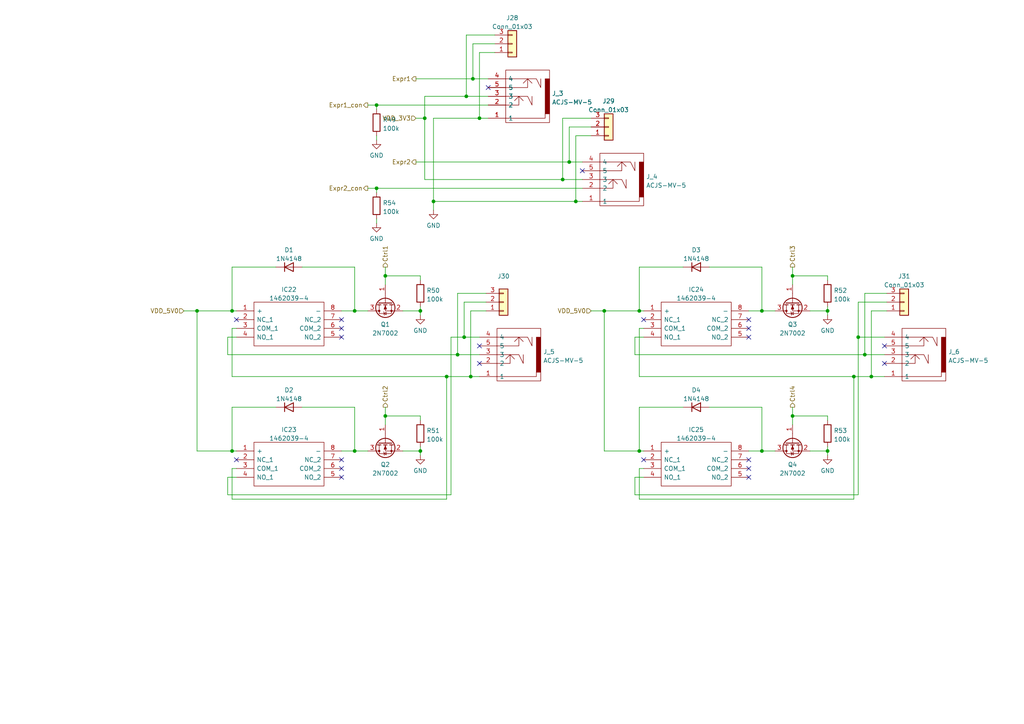
<source format=kicad_sch>
(kicad_sch (version 20211123) (generator eeschema)
  (paper "A4")
  (lib_symbols
    (symbol "Aphenol:ACJS-MV-5" (pin_names (offset 0.762))
      (property "Reference" "J_Return1" (at 8.3312 -6.7853 90))
      (property "Value" "ACJS-MV-5" (at 8.3312 -9.3222 90))
      (symbol "ACJS-MV-5_0_0"
        (pin passive line (at 19.05 -6.35 180) (length 5.08) (name "1") (number "1"))
        (pin passive line (at 19.05 -2.54 180) (length 5.08) (name "2") (number "2"))
        (pin passive line (at 19.05 0 180) (length 5.08) (name "3") (number "3"))
        (pin passive line (at 19.05 5.08 180) (length 5.08) (name "4") (number "4"))
        (pin passive line (at 19.05 2.54 180) (length 5.08) (name "5") (number "5"))
      )
      (symbol "ACJS-MV-5_0_1"
        (polyline (pts (xy 2.54 -5.08) (xy 2.54 -6.35) (xy 13.97 -6.35)) (stroke (width 0.1524)))
        (polyline (pts (xy 7.62 5.08) (xy 7.62 2.54) (xy 13.97 2.54)) (stroke (width 0.1524)))
        (polyline (pts (xy 8.89 -1.27) (xy 10.16 0) (xy 11.43 -1.27)) (stroke (width 0.1524)))
        (polyline (pts (xy 13.97 -2.54) (xy 10.16 -2.54) (xy 10.16 0)) (stroke (width 0.1524)))
        (polyline (pts (xy 7.62 5.08) (xy 6.35 3.81) (xy 7.62 5.08) (xy 8.89 3.81)) (stroke (width 0.1524)))
        (polyline (pts (xy 13.97 0) (xy 7.62 0) (xy 6.35 -2.54) (xy 6.35 0)) (stroke (width 0.1524)))
        (polyline (pts (xy 13.97 5.08) (xy 5.08 5.08) (xy 3.81 2.54) (xy 3.81 5.08)) (stroke (width 0.1524)))
        (polyline (pts (xy 1.27 7.62) (xy 13.97 7.62) (xy 13.97 -7.62) (xy 1.27 -7.62) (xy 1.27 7.62)) (stroke (width 0.1524)))
        (rectangle (start 1.27 5.08) (end 2.54 -5.08) (stroke (width 0.1524)) (fill (type outline)))
      )
    )
    (symbol "Connector_Generic:Conn_01x03" (pin_names (offset 1.016) hide)
      (property "Reference" "J" (at 0 5.08 0))
      (property "Value" "Conn_01x03" (at 0 -5.08 0))
      (symbol "Conn_01x03_1_1"
        (rectangle (start -1.27 -2.413) (end 0 -2.667) (stroke (width 0.1524)))
        (rectangle (start -1.27 0.127) (end 0 -0.127) (stroke (width 0.1524)))
        (rectangle (start -1.27 2.667) (end 0 2.413) (stroke (width 0.1524)))
        (rectangle (start -1.27 3.81) (end 1.27 -3.81) (stroke (width 0.254)) (fill (type background)))
        (pin passive line (at -5.08 2.54 0) (length 3.81) (name "Pin_1") (number "1"))
        (pin passive line (at -5.08 0 0) (length 3.81) (name "Pin_2") (number "2"))
        (pin passive line (at -5.08 -2.54 0) (length 3.81) (name "Pin_3") (number "3"))
      )
    )
    (symbol "Device:R" (pin_numbers hide) (pin_names (offset 0))
      (property "Reference" "R" (at 2.032 0 90))
      (property "Value" "R" (at 0 0 90))
      (symbol "R_0_1"
        (rectangle (start -1.016 -2.54) (end 1.016 2.54) (stroke (width 0.254)))
      )
      (symbol "R_1_1"
        (pin passive line (at 0 3.81 270) (length 1.27) (name "~") (number "1"))
        (pin passive line (at 0 -3.81 90) (length 1.27) (name "~") (number "2"))
      )
    )
    (symbol "Diode:1N4148" (pin_numbers hide) (pin_names (offset 1.016) hide)
      (property "Reference" "D" (at 0 2.54 0))
      (property "Value" "1N4148" (at 0 -2.54 0))
      (symbol "1N4148_0_1"
        (polyline (pts (xy -1.27 1.27) (xy -1.27 -1.27)) (stroke (width 0.254)))
        (polyline (pts (xy 1.27 0) (xy -1.27 0)))
        (polyline (pts (xy 1.27 1.27) (xy 1.27 -1.27) (xy -1.27 0) (xy 1.27 1.27)) (stroke (width 0.254)))
      )
      (symbol "1N4148_1_1"
        (pin passive line (at -3.81 0 0) (length 2.54) (name "K") (number "1"))
        (pin passive line (at 3.81 0 180) (length 2.54) (name "A") (number "2"))
      )
    )
    (symbol "SamacSys_Parts:1462039-4" (pin_names (offset 0.762))
      (property "Reference" "IC" (at 26.67 7.62 0))
      (property "Value" "1462039-4" (at 26.67 5.08 0))
      (symbol "1462039-4_0_0"
        (pin passive line (at 0 0 0) (length 5.08) (name "+") (number "1"))
        (pin passive line (at 0 -2.54 0) (length 5.08) (name "NC_1") (number "2"))
        (pin passive line (at 0 -5.08 0) (length 5.08) (name "COM_1") (number "3"))
        (pin passive line (at 0 -7.62 0) (length 5.08) (name "NO_1") (number "4"))
        (pin passive line (at 30.48 -7.62 180) (length 5.08) (name "NO_2") (number "5"))
        (pin passive line (at 30.48 -5.08 180) (length 5.08) (name "COM_2") (number "6"))
        (pin passive line (at 30.48 -2.54 180) (length 5.08) (name "NC_2") (number "7"))
        (pin passive line (at 30.48 0 180) (length 5.08) (name "-") (number "8"))
      )
      (symbol "1462039-4_0_1"
        (polyline (pts (xy 5.08 2.54) (xy 25.4 2.54) (xy 25.4 -10.16) (xy 5.08 -10.16) (xy 5.08 2.54)) (stroke (width 0.1524)))
      )
    )
    (symbol "Transistor_FET:2N7002" (pin_names hide)
      (property "Reference" "Q" (at 5.08 1.905 0))
      (property "Value" "2N7002" (at 5.08 0 0))
      (symbol "2N7002_0_1"
        (polyline (pts (xy 0.254 0) (xy -2.54 0)))
        (polyline (pts (xy 0.254 1.905) (xy 0.254 -1.905)) (stroke (width 0.254)))
        (polyline (pts (xy 0.762 -1.27) (xy 0.762 -2.286)) (stroke (width 0.254)))
        (polyline (pts (xy 0.762 0.508) (xy 0.762 -0.508)) (stroke (width 0.254)))
        (polyline (pts (xy 0.762 2.286) (xy 0.762 1.27)) (stroke (width 0.254)))
        (polyline (pts (xy 2.54 2.54) (xy 2.54 1.778)))
        (polyline (pts (xy 2.54 -2.54) (xy 2.54 0) (xy 0.762 0)))
        (polyline (pts (xy 0.762 -1.778) (xy 3.302 -1.778) (xy 3.302 1.778) (xy 0.762 1.778)))
        (polyline (pts (xy 1.016 0) (xy 2.032 0.381) (xy 2.032 -0.381) (xy 1.016 0)) (fill (type outline)))
        (polyline (pts (xy 2.794 0.508) (xy 2.921 0.381) (xy 3.683 0.381) (xy 3.81 0.254)))
        (polyline (pts (xy 3.302 0.381) (xy 2.921 -0.254) (xy 3.683 -0.254) (xy 3.302 0.381)))
        (circle (center 1.651 0) (radius 2.794) (stroke (width 0.254)))
        (circle (center 2.54 -1.778) (radius 0.254) (fill (type outline)))
        (circle (center 2.54 1.778) (radius 0.254) (fill (type outline)))
      )
      (symbol "2N7002_1_1"
        (pin input line (at -5.08 0 0) (length 2.54) (name "G") (number "1"))
        (pin passive line (at 2.54 -5.08 90) (length 2.54) (name "S") (number "2"))
        (pin passive line (at 2.54 5.08 270) (length 2.54) (name "D") (number "3"))
      )
    )
    (symbol "power:GND" (power) (pin_names (offset 0))
      (property "Value" "GND" (at 0 -3.81 0))
      (symbol "GND_0_1"
        (polyline (pts (xy 0 0) (xy 0 -1.27) (xy 1.27 -1.27) (xy 0 -2.54) (xy -1.27 -1.27) (xy 0 -1.27)))
      )
      (symbol "GND_1_1"
        (pin power_in line (at 0 0 270) (length 0) hide (name "GND") (number "1"))
      )
    )
  )
  (junction (at 121.92 90.17))
  (junction (at 135.255 27.94))
  (junction (at 121.92 130.81))
  (junction (at 67.31 90.17))
  (junction (at 220.98 130.81))
  (junction (at 111.76 80.01))
  (junction (at 167.005 58.42))
  (junction (at 102.87 130.81))
  (junction (at 109.22 54.61))
  (junction (at 123.19 34.29))
  (junction (at 163.195 52.07))
  (junction (at 240.03 90.17))
  (junction (at 165.1 46.99))
  (junction (at 175.26 90.17))
  (junction (at 220.98 90.17))
  (junction (at 247.65 109.22))
  (junction (at 134.62 97.79))
  (junction (at 132.715 102.87))
  (junction (at 67.31 130.81))
  (junction (at 111.76 120.65))
  (junction (at 136.525 109.22))
  (junction (at 102.87 90.17))
  (junction (at 109.22 30.48))
  (junction (at 229.87 120.65))
  (junction (at 252.73 109.22))
  (junction (at 185.42 130.81))
  (junction (at 229.87 80.01))
  (junction (at 139.065 34.29))
  (junction (at 125.73 58.42))
  (junction (at 185.42 90.17))
  (junction (at 250.825 102.87))
  (junction (at 137.16 22.86))
  (junction (at 240.03 130.81))
  (junction (at 57.15 90.17))
  (junction (at 129.54 109.22))
  (junction (at 248.92 97.79))
  (no_connect (at 186.69 92.71))
  (no_connect (at 139.065 105.41))
  (no_connect (at 139.065 100.33))
  (no_connect (at 256.54 100.33))
  (no_connect (at 256.54 105.41))
  (no_connect (at 217.17 133.35))
  (no_connect (at 217.17 135.89))
  (no_connect (at 217.17 138.43))
  (no_connect (at 217.17 92.71))
  (no_connect (at 217.17 95.25))
  (no_connect (at 217.17 97.79))
  (no_connect (at 99.06 92.71))
  (no_connect (at 99.06 95.25))
  (no_connect (at 99.06 97.79))
  (no_connect (at 99.06 133.35))
  (no_connect (at 99.06 135.89))
  (no_connect (at 99.06 138.43))
  (no_connect (at 68.58 133.35))
  (no_connect (at 168.91 49.53))
  (no_connect (at 141.605 25.4))
  (no_connect (at 68.58 92.71))
  (no_connect (at 186.69 133.35))
  (wire (pts (xy 140.97 87.63) (xy 134.62 87.63)))
  (wire (pts (xy 57.15 90.17) (xy 57.15 130.81)))
  (wire (pts (xy 175.26 90.17) (xy 185.42 90.17)))
  (wire (pts (xy 106.68 30.48) (xy 109.22 30.48)))
  (wire (pts (xy 123.19 52.07) (xy 163.195 52.07)))
  (wire (pts (xy 109.22 30.48) (xy 109.22 31.75)))
  (wire (pts (xy 67.31 118.11) (xy 67.31 130.81)))
  (wire (pts (xy 99.06 130.81) (xy 102.87 130.81)))
  (wire (pts (xy 175.26 130.81) (xy 185.42 130.81)))
  (wire (pts (xy 247.65 109.22) (xy 247.65 144.78)))
  (wire (pts (xy 111.76 77.47) (xy 111.76 80.01)))
  (wire (pts (xy 252.73 109.22) (xy 256.54 109.22)))
  (wire (pts (xy 248.92 87.63) (xy 257.175 87.63)))
  (wire (pts (xy 185.42 135.89) (xy 185.42 144.78)))
  (wire (pts (xy 248.92 97.79) (xy 256.54 97.79)))
  (wire (pts (xy 143.51 12.7) (xy 137.16 12.7)))
  (wire (pts (xy 106.68 54.61) (xy 109.22 54.61)))
  (wire (pts (xy 111.76 118.11) (xy 111.76 120.65)))
  (wire (pts (xy 123.19 34.29) (xy 123.19 27.94)))
  (wire (pts (xy 184.15 138.43) (xy 186.69 138.43)))
  (wire (pts (xy 80.01 118.11) (xy 67.31 118.11)))
  (wire (pts (xy 67.31 144.78) (xy 129.54 144.78)))
  (wire (pts (xy 140.97 90.17) (xy 136.525 90.17)))
  (wire (pts (xy 139.065 34.29) (xy 141.605 34.29)))
  (wire (pts (xy 136.525 90.17) (xy 136.525 109.22)))
  (wire (pts (xy 109.22 30.48) (xy 141.605 30.48)))
  (wire (pts (xy 171.45 90.17) (xy 175.26 90.17)))
  (wire (pts (xy 66.04 97.79) (xy 68.58 97.79)))
  (wire (pts (xy 248.92 143.51) (xy 248.92 97.79)))
  (wire (pts (xy 66.04 102.87) (xy 132.715 102.87)))
  (wire (pts (xy 111.76 80.01) (xy 121.92 80.01)))
  (wire (pts (xy 229.87 118.11) (xy 229.87 120.65)))
  (wire (pts (xy 229.87 77.47) (xy 229.87 80.01)))
  (wire (pts (xy 121.92 90.17) (xy 121.92 91.44)))
  (wire (pts (xy 143.51 15.24) (xy 139.065 15.24)))
  (wire (pts (xy 67.31 109.22) (xy 129.54 109.22)))
  (wire (pts (xy 185.42 95.25) (xy 185.42 109.22)))
  (wire (pts (xy 137.16 12.7) (xy 137.16 22.86)))
  (wire (pts (xy 116.84 90.17) (xy 121.92 90.17)))
  (wire (pts (xy 139.065 15.24) (xy 139.065 34.29)))
  (wire (pts (xy 132.715 85.09) (xy 132.715 102.87)))
  (wire (pts (xy 229.87 120.65) (xy 229.87 123.19)))
  (wire (pts (xy 66.04 143.51) (xy 66.04 138.43)))
  (wire (pts (xy 252.73 90.17) (xy 252.73 109.22)))
  (wire (pts (xy 184.15 143.51) (xy 248.92 143.51)))
  (wire (pts (xy 121.92 129.54) (xy 121.92 130.81)))
  (wire (pts (xy 248.92 87.63) (xy 248.92 97.79)))
  (wire (pts (xy 229.87 120.65) (xy 240.03 120.65)))
  (wire (pts (xy 123.19 34.29) (xy 123.19 52.07)))
  (wire (pts (xy 102.87 130.81) (xy 106.68 130.81)))
  (wire (pts (xy 80.01 77.47) (xy 67.31 77.47)))
  (wire (pts (xy 163.195 52.07) (xy 168.91 52.07)))
  (wire (pts (xy 185.42 109.22) (xy 247.65 109.22)))
  (wire (pts (xy 129.54 109.22) (xy 129.54 144.78)))
  (wire (pts (xy 234.95 90.17) (xy 240.03 90.17)))
  (wire (pts (xy 184.15 97.79) (xy 184.15 102.87)))
  (wire (pts (xy 111.76 80.01) (xy 111.76 82.55)))
  (wire (pts (xy 129.54 109.22) (xy 136.525 109.22)))
  (wire (pts (xy 185.42 77.47) (xy 185.42 90.17)))
  (wire (pts (xy 66.04 138.43) (xy 68.58 138.43)))
  (wire (pts (xy 217.17 130.81) (xy 220.98 130.81)))
  (wire (pts (xy 171.45 34.29) (xy 163.195 34.29)))
  (wire (pts (xy 67.31 95.25) (xy 67.31 109.22)))
  (wire (pts (xy 165.1 36.83) (xy 165.1 46.99)))
  (wire (pts (xy 175.26 90.17) (xy 175.26 130.81)))
  (wire (pts (xy 257.175 90.17) (xy 252.73 90.17)))
  (wire (pts (xy 123.19 27.94) (xy 135.255 27.94)))
  (wire (pts (xy 240.03 129.54) (xy 240.03 130.81)))
  (wire (pts (xy 134.62 97.79) (xy 139.065 97.79)))
  (wire (pts (xy 111.76 120.65) (xy 111.76 123.19)))
  (wire (pts (xy 229.87 80.01) (xy 240.03 80.01)))
  (wire (pts (xy 134.62 87.63) (xy 134.62 97.79)))
  (wire (pts (xy 250.825 102.87) (xy 256.54 102.87)))
  (wire (pts (xy 53.34 90.17) (xy 57.15 90.17)))
  (wire (pts (xy 67.31 77.47) (xy 67.31 90.17)))
  (wire (pts (xy 121.92 130.81) (xy 121.92 132.08)))
  (wire (pts (xy 185.42 144.78) (xy 247.65 144.78)))
  (wire (pts (xy 102.87 118.11) (xy 87.63 118.11)))
  (wire (pts (xy 143.51 10.16) (xy 135.255 10.16)))
  (wire (pts (xy 234.95 130.81) (xy 240.03 130.81)))
  (wire (pts (xy 240.03 90.17) (xy 240.03 91.44)))
  (wire (pts (xy 57.15 130.81) (xy 67.31 130.81)))
  (wire (pts (xy 220.98 130.81) (xy 220.98 118.11)))
  (wire (pts (xy 198.12 118.11) (xy 185.42 118.11)))
  (wire (pts (xy 137.16 22.86) (xy 141.605 22.86)))
  (wire (pts (xy 171.45 36.83) (xy 165.1 36.83)))
  (wire (pts (xy 186.69 97.79) (xy 184.15 97.79)))
  (wire (pts (xy 116.84 130.81) (xy 121.92 130.81)))
  (wire (pts (xy 229.87 80.01) (xy 229.87 82.55)))
  (wire (pts (xy 165.1 46.99) (xy 168.91 46.99)))
  (wire (pts (xy 120.65 34.29) (xy 123.19 34.29)))
  (wire (pts (xy 130.81 97.79) (xy 134.62 97.79)))
  (wire (pts (xy 185.42 130.81) (xy 186.69 130.81)))
  (wire (pts (xy 102.87 90.17) (xy 106.68 90.17)))
  (wire (pts (xy 67.31 135.89) (xy 67.31 144.78)))
  (wire (pts (xy 220.98 77.47) (xy 205.74 77.47)))
  (wire (pts (xy 125.73 58.42) (xy 125.73 60.96)))
  (wire (pts (xy 220.98 90.17) (xy 224.79 90.17)))
  (wire (pts (xy 220.98 90.17) (xy 220.98 77.47)))
  (wire (pts (xy 186.69 95.25) (xy 185.42 95.25)))
  (wire (pts (xy 135.255 27.94) (xy 141.605 27.94)))
  (wire (pts (xy 109.22 54.61) (xy 168.91 54.61)))
  (wire (pts (xy 184.15 143.51) (xy 184.15 138.43)))
  (wire (pts (xy 120.65 46.99) (xy 165.1 46.99)))
  (wire (pts (xy 111.76 120.65) (xy 121.92 120.65)))
  (wire (pts (xy 57.15 90.17) (xy 67.31 90.17)))
  (wire (pts (xy 240.03 80.01) (xy 240.03 81.28)))
  (wire (pts (xy 250.825 85.09) (xy 257.175 85.09)))
  (wire (pts (xy 102.87 90.17) (xy 102.87 77.47)))
  (wire (pts (xy 132.715 102.87) (xy 139.065 102.87)))
  (wire (pts (xy 171.45 39.37) (xy 167.005 39.37)))
  (wire (pts (xy 121.92 120.65) (xy 121.92 121.92)))
  (wire (pts (xy 136.525 109.22) (xy 139.065 109.22)))
  (wire (pts (xy 125.73 34.29) (xy 139.065 34.29)))
  (wire (pts (xy 240.03 88.9) (xy 240.03 90.17)))
  (wire (pts (xy 140.97 85.09) (xy 132.715 85.09)))
  (wire (pts (xy 130.81 143.51) (xy 130.81 97.79)))
  (wire (pts (xy 99.06 90.17) (xy 102.87 90.17)))
  (wire (pts (xy 66.04 143.51) (xy 130.81 143.51)))
  (wire (pts (xy 121.92 88.9) (xy 121.92 90.17)))
  (wire (pts (xy 167.005 39.37) (xy 167.005 58.42)))
  (wire (pts (xy 121.92 80.01) (xy 121.92 81.28)))
  (wire (pts (xy 66.04 102.87) (xy 66.04 97.79)))
  (wire (pts (xy 67.31 90.17) (xy 68.58 90.17)))
  (wire (pts (xy 184.15 102.87) (xy 250.825 102.87)))
  (wire (pts (xy 109.22 39.37) (xy 109.22 40.64)))
  (wire (pts (xy 120.65 22.86) (xy 137.16 22.86)))
  (wire (pts (xy 240.03 130.81) (xy 240.03 132.08)))
  (wire (pts (xy 185.42 118.11) (xy 185.42 130.81)))
  (wire (pts (xy 163.195 34.29) (xy 163.195 52.07)))
  (wire (pts (xy 167.005 58.42) (xy 168.91 58.42)))
  (wire (pts (xy 247.65 109.22) (xy 252.73 109.22)))
  (wire (pts (xy 185.42 90.17) (xy 186.69 90.17)))
  (wire (pts (xy 68.58 95.25) (xy 67.31 95.25)))
  (wire (pts (xy 68.58 135.89) (xy 67.31 135.89)))
  (wire (pts (xy 186.69 135.89) (xy 185.42 135.89)))
  (wire (pts (xy 67.31 130.81) (xy 68.58 130.81)))
  (wire (pts (xy 109.22 63.5) (xy 109.22 64.77)))
  (wire (pts (xy 109.22 54.61) (xy 109.22 55.88)))
  (wire (pts (xy 102.87 77.47) (xy 87.63 77.47)))
  (wire (pts (xy 135.255 10.16) (xy 135.255 27.94)))
  (wire (pts (xy 198.12 77.47) (xy 185.42 77.47)))
  (wire (pts (xy 125.73 34.29) (xy 125.73 58.42)))
  (wire (pts (xy 217.17 90.17) (xy 220.98 90.17)))
  (wire (pts (xy 250.825 85.09) (xy 250.825 102.87)))
  (wire (pts (xy 240.03 120.65) (xy 240.03 121.92)))
  (wire (pts (xy 220.98 130.81) (xy 224.79 130.81)))
  (wire (pts (xy 102.87 130.81) (xy 102.87 118.11)))
  (wire (pts (xy 125.73 58.42) (xy 167.005 58.42)))
  (wire (pts (xy 220.98 118.11) (xy 205.74 118.11)))
  (hierarchical_label "VDD_5V0" (shape input) (at 53.34 90.17 180))
  (hierarchical_label "Ctrl3" (shape output) (at 229.87 77.47 90))
  (hierarchical_label "Ctrl2" (shape output) (at 111.76 118.11 90))
  (hierarchical_label "Expr2" (shape output) (at 120.65 46.99 180))
  (hierarchical_label "VDD_3V3" (shape input) (at 120.65 34.29 180))
  (hierarchical_label "Expr1_con" (shape output) (at 106.68 30.48 180))
  (hierarchical_label "Expr1" (shape output) (at 120.65 22.86 180))
  (hierarchical_label "Expr2_con" (shape output) (at 106.68 54.61 180))
  (hierarchical_label "VDD_5V0" (shape input) (at 171.45 90.17 180))
  (hierarchical_label "Ctrl4" (shape output) (at 229.87 118.11 90))
  (hierarchical_label "Ctrl1" (shape output) (at 111.76 77.47 90))
  (symbol (lib_id "Connector_Generic:Conn_01x03") (at 146.05 87.63 0) (mirror x) (unit 1)
    (property "Reference" "J30" (at 146.05 80.1202 0))
  )
  (symbol (lib_id "Connector_Generic:Conn_01x03") (at 148.59 12.7 0) (mirror x) (unit 1)
    (property "Reference" "J28" (at 148.59 5.1902 0))
    (property "Value" "Conn_01x03" (at 148.59 7.7271 0))
  )
  (symbol (lib_id "power:GND") (at 121.92 132.08 0) (unit 1)
    (property "Reference" "#PWR079" (effects hide))
    (property "Value" "GND" (at 121.92 136.5234 0))
  )
  (symbol (lib_id "Diode:1N4148") (at 83.82 118.11 0) (unit 1)
    (property "Reference" "D2" (at 83.82 113.1402 0))
    (property "Value" "1N4148" (at 83.82 115.6771 0))
    (property "Footprint" "Diode_SMD:D_SOD-123" (effects hide))
    (property "Datasheet" "https://assets.nexperia.com/documents/data-sheet/1N4148_1N4448.pdf" (effects hide))
  )
  (symbol (lib_id "SamacSys_Parts:1462039-4") (at 186.69 90.17 0) (unit 1)
    (property "Reference" "IC24" (at 201.93 83.981 0))
    (property "Value" "1462039-4" (at 201.93 86.5179 0))
    (property "Footprint" "SamacSys_Parts:14620394" (effects hide))
    (property "Datasheet" "https://www.te.com/commerce/DocumentDelivery/DDEController?Action=showdoc&DocId=Data+Sheet%7F108-98001%7FZ%7Fpdf%7FEnglish%7FENG_DS_108-98001_Z.pdf%7F1462039-4" (effects hide))
    (property "Description" "General Purpose Relays IM13GR=IM RELAY 100MW 5V" (effects hide))
    (property "Height" "5.65" (effects hide))
    (property "Manufacturer_Name" "TE Connectivity" (effects hide))
    (property "Manufacturer_Part_Number" "1462039-4" (effects hide))
    (property "Mouser Part Number" "655-1462039-4" (effects hide))
    (property "Mouser Price/Stock" "https://www.mouser.co.uk/ProductDetail/TE-Connectivity-PB/1462039-4?qs=HrnbphAniACdk25612UMrw%3D%3D" (effects hide))
    (property "Arrow Part Number" "1462039-4" (effects hide))
    (property "Arrow Price/Stock" "https://www.arrow.com/en/products/1462039-4/te-connectivity?region=europe" (effects hide))
  )
  (symbol (lib_id "power:GND") (at 121.92 91.44 0) (unit 1)
    (property "Reference" "#PWR078" (effects hide))
    (property "Value" "GND" (at 121.92 95.8834 0))
  )
  (symbol (lib_id "Diode:1N4148") (at 201.93 77.47 0) (unit 1)
    (property "Reference" "D3" (at 201.93 72.5002 0))
    (property "Value" "1N4148" (at 201.93 75.0371 0))
    (property "Footprint" "Diode_SMD:D_SOD-123" (effects hide))
    (property "Datasheet" "https://assets.nexperia.com/documents/data-sheet/1N4148_1N4448.pdf" (effects hide))
  )
  (symbol (lib_id "SamacSys_Parts:1462039-4") (at 68.58 130.81 0) (unit 1)
    (property "Reference" "IC23" (at 83.82 124.621 0))
    (property "Value" "1462039-4" (at 83.82 127.1579 0))
    (property "Footprint" "SamacSys_Parts:14620394" (effects hide))
    (property "Datasheet" "https://www.te.com/commerce/DocumentDelivery/DDEController?Action=showdoc&DocId=Data+Sheet%7F108-98001%7FZ%7Fpdf%7FEnglish%7FENG_DS_108-98001_Z.pdf%7F1462039-4" (effects hide))
    (property "Description" "General Purpose Relays IM13GR=IM RELAY 100MW 5V" (effects hide))
    (property "Height" "5.65" (effects hide))
    (property "Manufacturer_Name" "TE Connectivity" (effects hide))
    (property "Manufacturer_Part_Number" "1462039-4" (effects hide))
    (property "Mouser Part Number" "655-1462039-4" (effects hide))
    (property "Mouser Price/Stock" "https://www.mouser.co.uk/ProductDetail/TE-Connectivity-PB/1462039-4?qs=HrnbphAniACdk25612UMrw%3D%3D" (effects hide))
    (property "Arrow Part Number" "1462039-4" (effects hide))
    (property "Arrow Price/Stock" "https://www.arrow.com/en/products/1462039-4/te-connectivity?region=europe" (effects hide))
  )
  (symbol (lib_id "Aphenol:ACJS-MV-5") (at 158.115 102.87 0) (mirror y) (unit 1)
    (property "Reference" "J_5" (at 157.5562 102.0353 0) (effects (justify right)))
    (property "Value" "ACJS-MV-5" (at 157.5562 104.5722 0) (effects (justify right)))
    (property "Footprint" "SamacSys_Parts:ACJSMV5" (effects hide))
    (property "Datasheet" "http://www.amphenolaudio.com/wp-content/uploads/2015/07/55010228000152_acjx-mv-x.pdf" (effects hide))
    (property "Description" "Phone Connectors 1/4\"VERT CHASIS CONN PLSTC" (effects hide))
    (property "Height" "31.45" (effects hide))
    (property "Manufacturer_Name" "Amphenol" (effects hide))
    (property "Manufacturer_Part_Number" "ACJS-MV-5" (effects hide))
    (property "Mouser Part Number" "523-ACJS-MV-5" (effects hide))
    (property "Mouser Price/Stock" "https://www.mouser.co.uk/ProductDetail/Amphenol-Audio/ACJS-MV-5?qs=c9RBuMmXG6JIOKwHTyIaMA%3D%3D" (effects hide))
  )
  (symbol (lib_id "Device:R") (at 109.22 35.56 0) (unit 1)
    (property "Reference" "R49" (at 110.998 34.7253 0) (effects (justify left)))
    (property "Value" "100k" (at 110.998 37.2622 0) (effects (justify left)))
    (property "Footprint" "Resistor_SMD:R_1206_3216Metric_Pad1.30x1.75mm_HandSolder" (effects hide))
  )
  (symbol (lib_id "Diode:1N4148") (at 83.82 77.47 0) (unit 1)
    (property "Reference" "D1" (at 83.82 72.5002 0))
    (property "Value" "1N4148" (at 83.82 75.0371 0))
    (property "Footprint" "Diode_SMD:D_SOD-123" (effects hide))
    (property "Datasheet" "https://assets.nexperia.com/documents/data-sheet/1N4148_1N4448.pdf" (effects hide))
  )
  (symbol (lib_id "Device:R") (at 240.03 125.73 0) (unit 1)
    (property "Reference" "R53" (at 241.808 124.8953 0) (effects (justify left)))
    (property "Value" "100k" (at 241.808 127.4322 0) (effects (justify left)))
    (property "Footprint" "Resistor_SMD:R_1206_3216Metric_Pad1.30x1.75mm_HandSolder" (effects hide))
  )
  (symbol (lib_id "power:GND") (at 109.22 40.64 0) (unit 1)
    (property "Reference" "#PWR019" (effects hide))
    (property "Value" "GND" (at 109.22 45.0834 0))
  )
  (symbol (lib_id "Transistor_FET:2N7002") (at 111.76 87.63 90) (mirror x) (unit 1)
    (property "Reference" "Q1" (at 111.76 94.1054 90))
    (property "Value" "2N7002" (at 111.76 96.6423 90))
    (property "Footprint" "Package_TO_SOT_SMD:SOT-23" (effects hide))
    (property "Datasheet" "https://www.onsemi.com/pub/Collateral/NDS7002A-D.PDF" (effects hide))
  )
  (symbol (lib_id "Transistor_FET:2N7002") (at 229.87 128.27 90) (mirror x) (unit 1)
    (property "Reference" "Q4" (at 229.87 134.7454 90))
    (property "Value" "2N7002" (at 229.87 137.2823 90))
    (property "Footprint" "Package_TO_SOT_SMD:SOT-23" (effects hide))
    (property "Datasheet" "https://www.onsemi.com/pub/Collateral/NDS7002A-D.PDF" (effects hide))
  )
  (symbol (lib_id "Device:R") (at 240.03 85.09 0) (unit 1)
    (property "Reference" "R52" (at 241.808 84.2553 0) (effects (justify left)))
    (property "Value" "100k" (at 241.808 86.7922 0) (effects (justify left)))
    (property "Footprint" "Resistor_SMD:R_1206_3216Metric_Pad1.30x1.75mm_HandSolder" (effects hide))
  )
  (symbol (lib_id "Connector_Generic:Conn_01x03") (at 176.53 36.83 0) (mirror x) (unit 1)
    (property "Reference" "J29" (at 176.53 29.3202 0))
    (property "Value" "Conn_01x03" (at 176.53 31.8571 0))
  )
  (symbol (lib_id "Diode:1N4148") (at 201.93 118.11 0) (unit 1)
    (property "Reference" "D4" (at 201.93 113.1402 0))
    (property "Value" "1N4148" (at 201.93 115.6771 0))
    (property "Footprint" "Diode_SMD:D_SOD-123" (effects hide))
    (property "Datasheet" "https://assets.nexperia.com/documents/data-sheet/1N4148_1N4448.pdf" (effects hide))
  )
  (symbol (lib_id "Aphenol:ACJS-MV-5") (at 160.655 27.94 0) (mirror y) (unit 1)
    (property "Reference" "J_3" (at 160.0962 27.1053 0) (effects (justify right)))
    (property "Value" "ACJS-MV-5" (at 160.0962 29.6422 0) (effects (justify right)))
    (property "Footprint" "SamacSys_Parts:ACJSMV5" (effects hide))
    (property "Datasheet" "http://www.amphenolaudio.com/wp-content/uploads/2015/07/55010228000152_acjx-mv-x.pdf" (effects hide))
    (property "Description" "Phone Connectors 1/4\"VERT CHASIS CONN PLSTC" (effects hide))
    (property "Height" "31.45" (effects hide))
    (property "Manufacturer_Name" "Amphenol" (effects hide))
    (property "Manufacturer_Part_Number" "ACJS-MV-5" (effects hide))
    (property "Mouser Part Number" "523-ACJS-MV-5" (effects hide))
    (property "Mouser Price/Stock" "https://www.mouser.co.uk/ProductDetail/Amphenol-Audio/ACJS-MV-5?qs=c9RBuMmXG6JIOKwHTyIaMA%3D%3D" (effects hide))
  )
  (symbol (lib_id "Transistor_FET:2N7002") (at 111.76 128.27 90) (mirror x) (unit 1)
    (property "Reference" "Q2" (at 111.76 134.7454 90))
    (property "Value" "2N7002" (at 111.76 137.2823 90))
    (property "Footprint" "Package_TO_SOT_SMD:SOT-23" (effects hide))
    (property "Datasheet" "https://www.onsemi.com/pub/Collateral/NDS7002A-D.PDF" (effects hide))
  )
  (symbol (lib_id "power:GND") (at 109.22 64.77 0) (unit 1)
    (property "Reference" "#PWR084" (effects hide))
    (property "Value" "GND" (at 109.22 69.2134 0))
  )
  (symbol (lib_id "Connector_Generic:Conn_01x03") (at 262.255 87.63 0) (mirror x) (unit 1)
    (property "Reference" "J31" (at 262.255 80.1202 0))
    (property "Value" "Conn_01x03" (at 262.255 82.6571 0))
  )
  (symbol (lib_id "Aphenol:ACJS-MV-5") (at 187.96 52.07 0) (mirror y) (unit 1)
    (property "Reference" "J_4" (at 187.4012 51.2353 0) (effects (justify right)))
    (property "Value" "ACJS-MV-5" (at 187.4012 53.7722 0) (effects (justify right)))
    (property "Footprint" "SamacSys_Parts:ACJSMV5" (effects hide))
    (property "Datasheet" "http://www.amphenolaudio.com/wp-content/uploads/2015/07/55010228000152_acjx-mv-x.pdf" (effects hide))
    (property "Description" "Phone Connectors 1/4\"VERT CHASIS CONN PLSTC" (effects hide))
    (property "Height" "31.45" (effects hide))
    (property "Manufacturer_Name" "Amphenol" (effects hide))
    (property "Manufacturer_Part_Number" "ACJS-MV-5" (effects hide))
    (property "Mouser Part Number" "523-ACJS-MV-5" (effects hide))
    (property "Mouser Price/Stock" "https://www.mouser.co.uk/ProductDetail/Amphenol-Audio/ACJS-MV-5?qs=c9RBuMmXG6JIOKwHTyIaMA%3D%3D" (effects hide))
  )
  (symbol (lib_id "Device:R") (at 121.92 85.09 0) (unit 1)
    (property "Reference" "R50" (at 123.698 84.2553 0) (effects (justify left)))
    (property "Value" "100k" (at 123.698 86.7922 0) (effects (justify left)))
    (property "Footprint" "Resistor_SMD:R_1206_3216Metric_Pad1.30x1.75mm_HandSolder" (effects hide))
  )
  (symbol (lib_id "power:GND") (at 240.03 132.08 0) (unit 1)
    (property "Reference" "#PWR082" (effects hide))
    (property "Value" "GND" (at 240.03 136.5234 0))
  )
  (symbol (lib_id "SamacSys_Parts:1462039-4") (at 186.69 130.81 0) (unit 1)
    (property "Reference" "IC25" (at 201.93 124.621 0))
    (property "Value" "1462039-4" (at 201.93 127.1579 0))
    (property "Footprint" "SamacSys_Parts:14620394" (effects hide))
    (property "Datasheet" "https://www.te.com/commerce/DocumentDelivery/DDEController?Action=showdoc&DocId=Data+Sheet%7F108-98001%7FZ%7Fpdf%7FEnglish%7FENG_DS_108-98001_Z.pdf%7F1462039-4" (effects hide))
    (property "Description" "General Purpose Relays IM13GR=IM RELAY 100MW 5V" (effects hide))
    (property "Height" "5.65" (effects hide))
    (property "Manufacturer_Name" "TE Connectivity" (effects hide))
    (property "Manufacturer_Part_Number" "1462039-4" (effects hide))
    (property "Mouser Part Number" "655-1462039-4" (effects hide))
    (property "Mouser Price/Stock" "https://www.mouser.co.uk/ProductDetail/TE-Connectivity-PB/1462039-4?qs=HrnbphAniACdk25612UMrw%3D%3D" (effects hide))
    (property "Arrow Part Number" "1462039-4" (effects hide))
    (property "Arrow Price/Stock" "https://www.arrow.com/en/products/1462039-4/te-connectivity?region=europe" (effects hide))
  )
  (symbol (lib_id "power:GND") (at 125.73 60.96 0) (unit 1)
    (property "Reference" "#PWR080" (effects hide))
    (property "Value" "GND" (at 125.73 65.4034 0))
  )
  (symbol (lib_id "Device:R") (at 109.22 59.69 0) (unit 1)
    (property "Reference" "R54" (at 110.998 58.8553 0) (effects (justify left)))
    (property "Value" "100k" (at 110.998 61.3922 0) (effects (justify left)))
    (property "Footprint" "Resistor_SMD:R_1206_3216Metric_Pad1.30x1.75mm_HandSolder" (effects hide))
  )
  (symbol (lib_id "Aphenol:ACJS-MV-5") (at 275.59 102.87 0) (mirror y) (unit 1)
    (property "Reference" "J_6" (at 275.0312 102.0353 0) (effects (justify right)))
    (property "Value" "ACJS-MV-5" (at 275.0312 104.5722 0) (effects (justify right)))
    (property "Footprint" "SamacSys_Parts:ACJSMV5" (effects hide))
    (property "Datasheet" "http://www.amphenolaudio.com/wp-content/uploads/2015/07/55010228000152_acjx-mv-x.pdf" (effects hide))
    (property "Description" "Phone Connectors 1/4\"VERT CHASIS CONN PLSTC" (effects hide))
    (property "Height" "31.45" (effects hide))
    (property "Manufacturer_Name" "Amphenol" (effects hide))
    (property "Manufacturer_Part_Number" "ACJS-MV-5" (effects hide))
    (property "Mouser Part Number" "523-ACJS-MV-5" (effects hide))
    (property "Mouser Price/Stock" "https://www.mouser.co.uk/ProductDetail/Amphenol-Audio/ACJS-MV-5?qs=c9RBuMmXG6JIOKwHTyIaMA%3D%3D" (effects hide))
  )
  (symbol (lib_id "power:GND") (at 240.03 91.44 0) (unit 1)
    (property "Reference" "#PWR081" (effects hide))
    (property "Value" "GND" (at 240.03 95.8834 0))
  )
  (symbol (lib_id "Device:R") (at 121.92 125.73 0) (unit 1)
    (property "Reference" "R51" (at 123.698 124.8953 0) (effects (justify left)))
    (property "Value" "100k" (at 123.698 127.4322 0) (effects (justify left)))
    (property "Footprint" "Resistor_SMD:R_1206_3216Metric_Pad1.30x1.75mm_HandSolder" (effects hide))
  )
  (symbol (lib_id "Transistor_FET:2N7002") (at 229.87 87.63 90) (mirror x) (unit 1)
    (property "Reference" "Q3" (at 229.87 94.1054 90))
    (property "Value" "2N7002" (at 229.87 96.6423 90))
    (property "Footprint" "Package_TO_SOT_SMD:SOT-23" (effects hide))
    (property "Datasheet" "https://www.onsemi.com/pub/Collateral/NDS7002A-D.PDF" (effects hide))
  )
  (symbol (lib_id "SamacSys_Parts:1462039-4") (at 68.58 90.17 0) (unit 1)
    (property "Reference" "IC22" (at 83.82 83.981 0))
    (property "Value" "1462039-4" (at 83.82 86.5179 0))
    (property "Footprint" "SamacSys_Parts:14620394" (effects hide))
    (property "Datasheet" "https://www.te.com/commerce/DocumentDelivery/DDEController?Action=showdoc&DocId=Data+Sheet%7F108-98001%7FZ%7Fpdf%7FEnglish%7FENG_DS_108-98001_Z.pdf%7F1462039-4" (effects hide))
    (property "Description" "General Purpose Relays IM13GR=IM RELAY 100MW 5V" (effects hide))
    (property "Height" "5.65" (effects hide))
    (property "Manufacturer_Name" "TE Connectivity" (effects hide))
    (property "Manufacturer_Part_Number" "1462039-4" (effects hide))
    (property "Mouser Part Number" "655-1462039-4" (effects hide))
    (property "Mouser Price/Stock" "https://www.mouser.co.uk/ProductDetail/TE-Connectivity-PB/1462039-4?qs=HrnbphAniACdk25612UMrw%3D%3D" (effects hide))
    (property "Arrow Part Number" "1462039-4" (effects hide))
    (property "Arrow Price/Stock" "https://www.arrow.com/en/products/1462039-4/te-connectivity?region=europe" (effects hide))
  )
)
</source>
